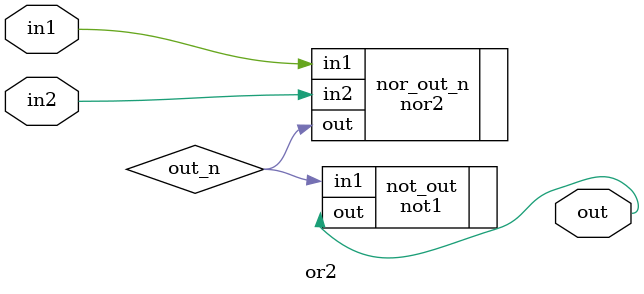
<source format=v>
module or2 (in1,in2,out);
   input in1,in2;
   output out;
   wire out_n;
   nor2 nor_out_n(.in1(in1), .in2(in2), .out(out_n));
   not1 not_out(.in1(out_n), .out(out));
endmodule

</source>
